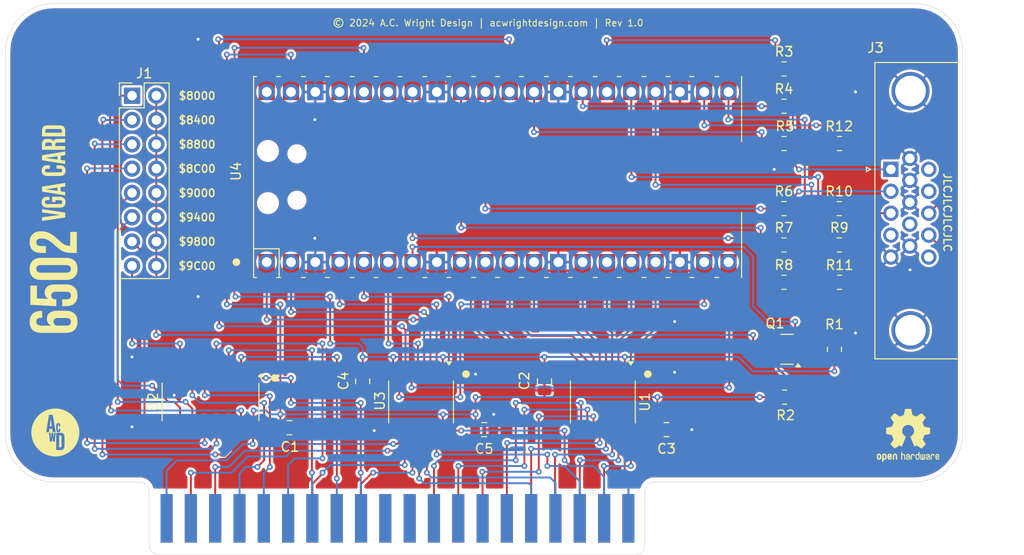
<source format=kicad_pcb>
(kicad_pcb (version 20240108) (generator "pcbnew") (generator_version "8.0")
  (title_block (title "6502 VGA Card") (date "2024-03-24") (rev "1.0") (company "A.C. Wright Design"))
  (layers (0 "F.Cu" signal) (31 "B.Cu" signal) (34 "B.Paste" user) (35 "F.Paste" user) (36 "B.SilkS" user "B.Silkscreen") (37 "F.SilkS" user "F.Silkscreen") (38 "B.Mask" user) (39 "F.Mask" user) (44 "Edge.Cuts" user))
  (net 0 "")
  (net 1 "VCC")
  (net 2 "GND")
  (net 3 "3V3")
  (net 4 "/$9400")
  (net 5 "CSB")
  (net 6 "/$8800")
  (net 7 "/$9800")
  (net 8 "/$8400")
  (net 9 "/$8000")
  (net 10 "/$9000")
  (net 11 "/$9C00")
  (net 12 "/$8C00")
  (net 14 "RWB")
  (net 15 "PHI2")
  (net 17 "D5")
  (net 20 "A10")
  (net 21 "A15")
  (net 24 "IRQB")
  (net 30 "A12")
  (net 31 "D7")
  (net 32 "A0")
  (net 33 "RESB")
  (net 34 "D1")
  (net 35 "A14")
  (net 38 "A3")
  (net 39 "D6")
  (net 40 "D4")
  (net 41 "A11")
  (net 42 "A2")
  (net 43 "A1")
  (net 44 "D0")
  (net 45 "D2")
  (net 46 "A13")
  (net 48 "D3")
  (net 49 "Net-(J3-Pad13)")
  (net 50 "Net-(J3-Pad3)")
  (net 51 "Net-(J3-Pad14)")
  (net 54 "Net-(J3-Pad1)")
  (net 57 "Net-(J3-Pad2)")
  (net 59 "CSB_3V3")
  (net 60 "R0")
  (net 61 "R1")
  (net 62 "R2")
  (net 63 "G0")
  (net 64 "G1")
  (net 65 "G2")
  (net 66 "B0")
  (net 67 "B1")
  (net 68 "VSYNC")
  (net 69 "HSYNC")
  (net 70 "D1_3V3")
  (net 71 "D2_3V3")
  (net 72 "D0_3V3")
  (net 73 "D6_3V3")
  (net 74 "D5_3V3")
  (net 75 "D4_3V3")
  (net 76 "D7_3V3")
  (net 77 "D3_3V3")
  (net 78 "RWB_3V3")
  (net 79 "A2_3V3")
  (net 80 "A1_3V3")
  (net 81 "IRQB_3V3")
  (net 82 "PHI2_3V3")
  (net 83 "A3_3V3")
  (net 84 "A0_3V3")
  (net 85 "RESB_3V3")
  (footprint "Resistor_SMD:R_0805_2012Metric" (layer "F.Cu") (at 171.9375 85)
    (property "Reference" "R5")
    (property "Value" "470" (hide yes))
  )
  (footprint "Capacitor_SMD:C_0805_2012Metric" (layer "F.Cu") (at 159.65 114.9 180)
    (property "Reference" "C3")
    (property "Value" "100nF" (hide yes))
  )
  (footprint "Capacitor_SMD:C_0805_2012Metric" (layer "F.Cu") (at 127.9 109.85 -90)
    (property "Reference" "C4")
    (property "Value" "100nF" (hide yes))
  )
  (footprint "Resistor_SMD:R_0805_2012Metric" (layer "F.Cu") (at 171.925 99.5)
    (property "Reference" "R8")
    (property "Value" "470" (hide yes))
  )
  (footprint "Package_TO_SOT_SMD:SOT-23" (layer "F.Cu") (at 172.2375 106.5 180)
    (property "Reference" "Q1")
    (property "Value" "BSS138" (hide yes))
  )
  (footprint "6502 Parts:RPi_Pico_SMD_TH" (layer "F.Cu") (at 142 88.5 90)
    (property "Reference" "U4")
    (property "Value" "Pico")
  )
  (footprint "Resistor_SMD:R_0805_2012Metric" (layer "F.Cu") (at 177.7125 95.6)
    (property "Reference" "R9")
    (property "Value" "820" (hide yes))
  )
  (footprint "Resistor_SMD:R_0805_2012Metric" (layer "F.Cu") (at 171.9375 81.1)
    (property "Reference" "R4")
    (property "Value" "1K" (hide yes))
  )
  (footprint "Connector_PinHeader_2.54mm:PinHeader_2x08_P2.54mm_Vertical" (layer "F.Cu") (at 103.8 80)
    (property "Reference" "J1")
    (property "Value" "Conn_02x08_Odd_Even" (hide yes))
  )
  (footprint "Resistor_SMD:R_0805_2012Metric" (layer "F.Cu") (at 171.9375 77.2)
    (property "Reference" "R3")
    (property "Value" "2.2K" (hide yes))
  )
  (footprint "Package_SO:TSSOP-20_4.4x6.5mm_P0.65mm" (layer "F.Cu") (at 153 112 -90)
    (property "Reference" "U1")
    (property "Value" "TXS0108EPW" (hide yes))
  )
  (footprint "Capacitor_SMD:C_0805_2012Metric" (layer "F.Cu") (at 120.25 114.7)
    (property "Reference" "C1")
    (property "Value" "100nF" (hide yes))
  )
  (footprint "6502 Logos:6502 VGA Card Logo 5mm" (layer "F.Cu") (at 95.6 89.8 90)
    (property "Reference" "G***" (hide yes))
    (property "Value" "LOGO" (hide yes))
  )
  (footprint "Capacitor_SMD:C_0805_2012Metric" (layer "F.Cu") (at 146.9 109.85 -90)
    (property "Reference" "C2")
    (property "Value" "100nF" (hide yes))
  )
  (footprint "Package_SO:SOIC-16_3.9x9.9mm_P1.27mm" (layer "F.Cu") (at 112 112 -90)
    (property "Reference" "U2")
    (property "Value" "74LS138" (hide yes))
  )
  (footprint "Resistor_SMD:R_0805_2012Metric" (layer "F.Cu") (at 177.7375 99.5)
    (property "Reference" "R11")
    (property "Value" "22" (hide yes))
  )
  (footprint "Symbol:OSHW-Logo2_7.3x6mm_SilkScreen" (layer "F.Cu") (at 184.9 115.4946)
    (property "Reference" "REF**" (hide yes))
    (property "Value" "OSHW-Logo2_7.3x6mm_SilkScreen" (hide yes))
  )
  (footprint "Resistor_SMD:R_0805_2012Metric" (layer "F.Cu") (at 177.7 91.8)
    (property "Reference" "R10")
    (property "Value" "390" (hide yes))
  )
  (footprint "Resistor_SMD:R_0805_2012Metric" (layer "F.Cu") (at 171.925 91.8)
    (property "Reference" "R6")
    (property "Value" "2.2K" (hide yes))
  )
  (footprint "Package_SO:TSSOP-20_4.4x6.5mm_P0.65mm" (layer "F.Cu") (at 134 112 -90)
    (property "Reference" "U3")
    (property "Value" "TXS0108EPW" (hide yes))
  )
  (footprint "6502 Parts:6502CARDEDGE" (layer "F.Cu") (at 107.408 126.704)
    (property "Reference" "J2" (hide yes))
    (property "Value" "6502CARDEDGE" (hide yes))
  )
  (footprint "A.C. Wright Logo:A.C. Wright Logo 5mm" (layer "F.Cu") (at 95.7841 115.1946)
    (property "Reference" "G***" (hide yes))
    (property "Value" "LOGO" (hide yes))
  )
  (footprint "Capacitor_SMD:C_0805_2012Metric" (layer "F.Cu") (at 140.6 114.9 180)
    (property "Reference" "C5")
    (property "Value" "100nF" (hide yes))
  )
  (footprint "Resistor_SMD:R_0805_2012Metric" (layer "F.Cu") (at 172 111.5)
    (property "Reference" "R2")
    (property "Value" "10K" (hide yes))
  )
  (footprint "Resistor_SMD:R_0805_2012Metric" (layer "F.Cu") (at 177.7375 85)
    (property "Reference" "R12")
    (property "Value" "22" (hide yes))
  )
  (footprint "Resistor_SMD:R_0805_2012Metric" (layer "F.Cu") (at 177.2 106.5125 90)
    (property "Reference" "R1")
    (property "Value" "10K" (hide yes))
  )
  (footprint "Resistor_SMD:R_0805_2012Metric" (layer "F.Cu") (at 171.925 95.6)
    (property "Reference" "R7")
    (property "Value" "1K" (hide yes))
  )
  (footprint "Connector_Dsub:DSUB-15-HD_Female_Horizontal_P2.29x1.98mm_EdgePinOffset3.03mm_Housed_MountingHolesOffset4.94mm" (layer "F.Cu") (at 183.1 87.7 90)
    (property "Reference" "J3")
    (property "Value" "DE15_Receptacle_HighDensity_MountingHoles" (hide yes))
  )
  (gr_circle (center 138.7 109.1) (end 138.9 109.1) (stroke (width 0.4)) (fill none) (layer "F.SilkS"))
  (gr_circle (center 157.7 109.1) (end 157.9 109.1) (stroke (width 0.4)) (fill none) (layer "F.SilkS"))
  (gr_circle (center 114.7 97.4) (end 114.9 97.4) (stroke (width 0.4)) (fill none) (layer "F.SilkS"))
  (gr_circle (center 118.7 109.5) (end 118.9 109.5) (stroke (width 0.4)) (fill none) (layer "F.SilkS"))
  (gr_line (start 106.5841 127.9946) (end 156.3841 127.9946) (stroke (width 0.05)) (layer "Edge.Cuts"))
  (gr_arc (start 104.5841 120.3746) (mid 105.291207 120.667493) (end 105.5841 121.3746) (stroke (width 0.05)) (layer "Edge.Cuts"))
  (gr_arc (start 157.3841 121.3746) (mid 157.676993 120.667493) (end 158.3841 120.3746) (stroke (width 0.05)) (layer "Edge.Cuts"))
  (gr_arc (start 95.5841 120.3746) (mid 92.048566 118.910134) (end 90.5841 115.3746) (stroke (width 0.05)) (layer "Edge.Cuts"))
  (gr_line (start 95.5841 120.3746) (end 104.5841 120.3746) (stroke (width 0.05)) (layer "Edge.Cuts"))
  (gr_arc (start 190.5841 115.3746) (mid 189.119634 118.910134) (end 185.5841 120.3746) (stroke (width 0.05)) (layer "Edge.Cuts"))
  (gr_line (start 157.3841 126.9946) (end 157.3841 121.3746) (stroke (width 0.05)) (layer "Edge.Cuts"))
  (gr_arc (start 185.5841 70.3746) (mid 189.119634 71.839066) (end 190.5841 75.3746) (stroke (width 0.05)) (layer "Edge.Cuts"))
  (gr_line (start 90.5841 75.3746) (end 90.5841 115.3746) (stroke (width 0.05)) (layer "Edge.Cuts"))
  (gr_line (start 190.5841 115.3746) (end 190.5841 75.3746) (stroke (width 0.05)) (layer "Edge.Cuts"))
  (gr_line (start 105.5841 121.3746) (end 105.5841 126.9946) (stroke (width 0.05)) (layer "Edge.Cuts"))
  (gr_arc (start 106.5841 127.9946) (mid 105.876993 127.701707) (end 105.5841 126.9946) (stroke (width 0.05)) (layer "Edge.Cuts"))
  (gr_arc (start 90.5841 75.3746) (mid 92.048566 71.839066) (end 95.5841 70.3746) (stroke (width 0.05)) (layer "Edge.Cuts"))
  (gr_line (start 185.5841 70.3746) (end 95.5841 70.3746) (stroke (width 0.05)) (layer "Edge.Cuts"))
  (gr_line (start 158.3841 120.3746) (end 185.5841 120.3746) (stroke (width 0.05)) (layer "Edge.Cuts"))
  (gr_arc (start 157.3841 126.9946) (mid 157.091207 127.701707) (end 156.3841 127.9946) (stroke (width 0.05)) (layer "Edge.Cuts"))
  (gr_text "$9000" (at 110.6 90.18 0) (layer "F.SilkS") (effects (font (size 0.8 0.8))))
  (gr_text "JLCJLCJLCJLC" (at 189 92.2 270) (layer "F.SilkS") (effects (font (size 0.8 0.8))))
  (gr_text "$8C00" (at 110.6 87.64 0) (layer "F.SilkS") (effects (font (size 0.8 0.8))))
  (gr_text "$9C00" (at 110.6 97.8 0) (layer "F.SilkS") (effects (font (size 0.8 0.8))))
  (gr_text "© 2024 A.C. Wright Design | acwrightdesign.com | Rev 1.0" (at 141 72.4 0) (layer "F.SilkS") (effects (font (size 0.7 0.7) (thickness 0.1))))
  (gr_text "$9400" (at 110.6 92.72 0) (layer "F.SilkS") (effects (font (size 0.8 0.8))))
  (gr_text "$8800" (at 110.6 85.1 0) (layer "F.SilkS") (effects (font (size 0.8 0.8))))
  (gr_text "$9800" (at 110.6 95.26 0) (layer "F.SilkS") (effects (font (size 0.8 0.8))))
  (gr_text "$8000" (at 110.6 80.02 0) (layer "F.SilkS") (effects (font (size 0.8 0.8))))
  (gr_text "$8400" (at 110.6 82.56 0) (layer "F.SilkS") (effects (font (size 0.8 0.8))))
  (segment (start 155.275 119.875) (end 155.275 114.8625) (width 0.2) (layer "F.Cu") (net 1))
  (segment (start 116.5 114.42) (end 116.445 114.475) (width 0.2) (layer "F.Cu") (net 1))
  (segment (start 155.668 120.268) (end 155.275 119.875) (width 0.2) (layer "F.Cu") (net 1))
  (segment (start 155.275 114.8625) (end 155.275 114.025) (width 0.2) (layer "F.Cu") (net 1))
  (segment (start 120.41 76.01) (end 120.41 79.61) (width 0.2) (layer "F.Cu") (net 1))
  (segment (start 155.9 113.4) (end 158.6 113.4) (width 0.2) (layer "F.Cu") (net 1))
  (segment (start 116.445 114.475) (end 116.445 116.355) (width 0.2) (layer "F.Cu") (net 1))
  (segment (start 139.7 111.5) (end 139.7 113.3) (width 0.2) (layer "F.Cu") (net 1))
  (segment (start 139.7 111.5) (end 139.65 111.55) (width 0.2) (layer "F.Cu") (net 1))
  (segment (start 139.7 114.85) (end 139.65 114.9) (width 0.2) (layer "F.Cu") (net 1))
  (segment (start 139.7 113.3) (end 139.7 114.85) (width 0.2) (layer "F.Cu") (net 1))
  (segment (start 116.5 112.9) (end 116.5 114.42) (width 0.2) (layer "F.Cu") (net 1))
  (segment (start 169.4 111.5) (end 171.0875 111.5) (width 0.2) (layer "F.Cu") (net 1))
  (segment (start 158.7 114.9) (end 158.7 111.5) (width 0.2) (layer "F.Cu") (net 1))
  (segment (start 120.4 75.7) (end 120.4 76) (width 0.2) (layer "F.Cu") (net 1))
  (segment (start 120.4 76) (end 120.41 76.01) (width 0.2) (layer "F.Cu") (net 1))
  (segment (start 158.7 113.5) (end 158.7 114.9) (width 0.2) (layer "F.Cu") (net 1))
  (segment (start 119.3 114.7) (end 119.3 113.3) (width 0.2) (layer "F.Cu") (net 1))
  (segment (start 155.275 114.025) (end 155.9 113.4) (width 0.2) (layer "F.Cu") (net 1))
  (segment (start 116.445 116.355) (end 116.4 116.4) (width 0.2) (layer "F.Cu") (net 1))
  (segment (start 155.668 124.164) (end 155.668 120.268) (width 0.2) (layer "F.Cu") (net 1))
  (segment (start 136.275 113.325) (end 136.3 113.3) (width 0.2) (layer "F.Cu") (net 1))
  (segment (start 158.6 113.4) (end 158.7 113.5) (width 0.2) (layer "F.Cu") (net 1))
  (segment (start 119.3 113.3) (end 119.3 101.8) (width 0.2) (layer "F.Cu") (net 1))
  (segment (start 136.275 114.8625) (end 136.275 113.325) (width 0.2) (layer "F.Cu") (net 1))
  (segment (start 113.7 101.8) (end 113.7 75.7) (width 0.2) (layer "F.Cu") (net 1))
  (via (at 116.4 116.4) (size 0.6) (drill 0.3) (layers "F.Cu" "B.Cu") (net 1))
  (via (at 136.3 113.3) (size 0.6) (drill 0.3) (layers "F.Cu" "B.Cu") (net 1))
  (via (at 119.3 113.3) (size 0.6) (drill 0.3) (layers "F.Cu" "B.Cu") (net 1))
  (via (at 113.7 75.7) (size 0.6) (drill 0.3) (layers "F.Cu" "B.Cu") (net 1))
  (via (at 139.7 113.3) (size 0.6) (drill 0.3) (layers "F.Cu" "B.Cu") (net 1))
  (via (at 119.3 101.8) (size 0.6) (drill 0.3) (layers "F.Cu" "B.Cu") (net 1))
  (via (at 158.7 111.5) (size 0.6) (drill 0.3) (layers "F.Cu" "B.Cu") (net 1))
  (via (at 169.4 111.5) (size 0.6) (drill 0.3) (layers "F.Cu" "B.Cu") (net 1))
  (via (at 116.5 112.9) (size 0.6) (drill 0.3) (layers "F.Cu" "B.Cu") (net 1))
  (via (at 120.4 75.7) (size 0.6) (drill 0.3) (layers "F.Cu" "B.Cu") (net 1))
  (via (at 139.7 111.5) (size 0.6) (drill 0.3) (layers "F.Cu" "B.Cu") (net 1))
  (via (at 113.7 101.8) (size 0.6) (drill 0.3) (layers "F.Cu" "B.Cu") (net 1))
  (segment (start 118.2 113.3) (end 117.8 112.9) (width 0.2) (layer "B.Cu") (net 1))
  (segment (start 113.7 101.8) (end 119.3 101.8) (width 0.2) (layer "B.Cu") (net 1))
  (segment (start 107.4 119.2) (end 107.408 119.208) (width 0.2) (layer "B.Cu") (net 1))
  (segment (start 119.3 113.3) (end 118.2 113.3) (width 0.2) (layer "B.Cu") (net 1))
  (segment (start 114.3 75.7) (end 120.4 75.7) (width 0.2) (layer "B.Cu") (net 1))
  (segment (start 136.3 113.3) (end 119.9 113.3) (width 0.2) (layer "B.Cu") (net 1))
  (segment (start 158.7 111.5) (end 139.7 111.5) (width 0.2) (layer "B.Cu") (net 1))
  (segment (start 119.9 113.3) (end 119.3 113.3) (width 0.2) (layer "B.Cu") (net 1))
  (segment (start 107.408 119.208) (end 107.408 124.164) (width 0.2) (layer "B.Cu") (net 1))
  (segment (start 116.4 116.4) (end 115.4 116.4) (width 0.2) (layer "B.Cu") (net 1))
  (segment (start 115.4 116.4) (end 113.7 118.1) (width 0.2) (layer "B.Cu") (net 1))
  (segment (start 113.7 75.7) (end 114.3 75.7) (width 0.2) (layer "B.Cu") (net 1))
  (segment (start 139.7 113.3) (end 136.3 113.3) (width 0.2) (layer "B.Cu") (net 1))
  (segment (start 113.7 118.1) (end 108.5 118.1) (width 0.2) (layer "B.Cu") (net 1))
  (segment (start 117.8 112.9) (end 116.5 112.9) (width 0.2) (layer "B.Cu") (net 1))
  (segment (start 108.5 118.1) (end 107.4 119.2) (width 0.2) (layer "B.Cu") (net 1))
  (segment (start 158.7 111.5) (end 169.4 111.5) (width 0.2) (layer "B.Cu") (net 1))
  (segment (start 107.408 124.164) (end 107.408 119.808) (width 0.2) (layer "F.Cu") (net 2))
  (via (at 139.7 109.1) (size 0.6) (drill 0.3) (layers "F.Cu" "B.Cu") (net 2))
  (via (at 179.4 79.6) (size 0.6) (drill 0.3) (layers "F.Cu" "B.Cu") (net 2))
  (via (at 108.2 111.3) (size 0.6) (drill 0.3) (layers "F.Cu" "B.Cu") (net 2))
  (via (at 179.4 104.8) (size 0.6) (drill 0.3) (layers "F.Cu" "B.Cu") (net 2))
  (via (at 122.9 82.5) (size 0.6) (drill 0.3) (layers "F.Cu" "B.Cu") (net 2))
  (via (at 110.7 101) (size 0.6) (drill 0.3) (layers "F.Cu" "B.Cu") (net 2))
  (via (at 122.9 94.9) (size 0.6) (drill 0.3) (layers "F.Cu" "B.Cu") (net 2))
  (via (at 160.5 108.9) (size 0.6) (drill 0.3) (layers "F.Cu" "B.Cu") (net 2))
  (via (at 103.8 107.3) (size 0.6) (drill 0.3) (layers "F.Cu" "B.Cu") (net 2))
  (via (at 170.9 87.7) (size 0.6) (drill 0.3) (layers "F.Cu" "B.Cu") (net 2))
  (via (at 162.3 114.9) (size 0.6) (drill 0.3) (layers "F.Cu" "B.Cu") (net 2))
  (via (at 103.8 114.6) (size 0.6) (drill 0.3) (layers "F.Cu" "B.Cu") (net 2))
  (via (at 185.1 98.2) (size 0.6) (drill 0.3) (layers "F.Cu" "B.Cu") (net 2))
  (via (at 160.5 103.6) (size 0.6) (drill 0.3) (layers "F.Cu" "B.Cu") (net 2))
  (via (at 129.1 115) (size 0.6) (drill 0.3) (layers "F.Cu" "B.Cu") (net 2))
  (via (at 110.7 74.1) (size 0.6) (drill 0.3) (layers "F.Cu" "B.Cu") (net 2))
  (via (at 141.6 113.3) (size 0.6) (drill 0.3) (layers "F.Cu" "B.Cu") (net 2))
  (segment (start 155.668 124.164) (end 155.668 120.032) (width 0.2) (layer "B.Cu") (net 2))
  (segment (start 146.9 108.9) (end 148.5 108.9) (width 0.2) (layer "F.Cu") (net 3))
  (segment (start 127.9 108.9) (end 127.9 107.3) (width 0.2) (layer "F.Cu") (net 3))
  (segment (start 173.175 107.45) (end 177.175 107.45) (width 0.2) (layer "F.Cu") (net 3))
  (segment (start 148.5 108.9) (end 148.7375 109.1375) (width 0.2) (layer "F.Cu") (net 3))
  (segment (start 155.275 109.1375) (end 155.275 107.325) (width 0.2) (layer "F.Cu") (net 3))
  (segment (start 147.1375 109.1375) (end 146.9 108.9) (width 0.2) (layer "F.Cu") (net 3))
  (segment (start 131.075 107.325) (end 131.1 107.3) (width 0.2) (layer "F.Cu") (net 3))
  (segment (start 155.275 107.325) (end 155.3 107.3) (width 0.2) (layer "F.Cu") (net 3))
  (segment (start 177.2 108.8) (end 177.2 107.425) (width 0.2) (layer "F.Cu") (net 3))
  (segment (start 128.03 75.03) (end 128 75) (width 0.2) (layer "F.Cu") (net 3))
  (segment (start 128.03 79.61) (end 128.03 75.03) (width 0.2) (layer "F.Cu") (net 3))
  (segment (start 136.275 107.325) (end 136.3 107.3) (width 0.2) (layer "F.Cu") (net 3))
  (segment (start 124.5 101) (end 124.5 105.9) (width 0.2) (layer "F.Cu") (net 3))
  (segment (start 114.5 100.9) (end 114.5 75) (width 0.2) (layer "F.Cu") (net 3))
  (segment (start 177.175 107.45) (end 177.2 107.425) (width 0.2) (layer "F.Cu") (net 3))
  (segment (start 146.9 108.9) (end 146.9 107.3) (width 0.2) (layer "F.Cu") (net 3))
  (segment (start 131.075 109.1375) (end 131.075 107.325) (width 0.2) (layer "F.Cu") (net 3))
  (segment (start 148.7375 109.1375) (end 150.075 109.1375) (width 0.2) (layer "F.Cu") (net 3))
  (segment (start 114.6 101) (end 114.5 100.9) (width 0.2) (layer "F.Cu") (net 3))
  (segment (start 136.275 109.1375) (end 136.275 107.325) (width 0.2) (layer "F.Cu") (net 3))
  (via (at 146.9 107.3) (size 0.6) (drill 0.3) (layers "F.Cu" "B.Cu") (net 3))
  (via (at 114.5 75) (size 0.6) (drill 0.3) (layers "F.Cu" "B.Cu") (net 3))
  (via (at 177.2 108.8) (size 0.6) (drill 0.3) (layers "F.Cu" "B.Cu") (net 3))
  (via (at 124.5 105.9) (size 0.6) (drill 0.3) (layers "F.Cu" "B.Cu") (net 3))
  (via (at 124.5 101) (size 0.6) (drill 0.3) (layers "F.Cu" "B.Cu") (net 3))
  (via (at 155.3 107.3) (size 0.6) (drill 0.3) (layers "F.Cu" "B.Cu") (net 3))
  (via (at 127.9 107.3) (size 0.6) (drill 0.3) (layers "F.Cu" "B.Cu") (net 3))
  (via (at 128 75) (size 0.6) (drill 0.3) (layers "F.Cu" "B.Cu") (net 3))
  (via (at 131.1 107.3) (size 0.6) (drill 0.3) (layers "F.Cu" "B.Cu") (net 3))
  (via (at 114.6 101) (size 0.6) (drill 0.3) (layers "F.Cu" "B.Cu") (net 3))
  (via (at 136.3 107.3) (size 0.6) (drill 0.3) (layers "F.Cu" "B.Cu") (net 3))
  (segment (start 127.9 106.3) (end 127.9 107.3) (width 0.2) (layer "B.Cu") (net 3))
  (segment (start 131.1 107.3) (end 136.3 107.3) (width 0.2) (layer "B.Cu") (net 3))
  (segment (start 168.7 108.8) (end 177.2 108.8) (width 0.2) (layer "B.Cu") (net 3))
  (segment (start 155.3 107.3) (end 167.2 107.3) (width 0.2) (layer "B.Cu") (net 3))
  (segment (start 127.5 105.9) (end 127.9 106.3) (width 0.2) (layer "B.Cu") (net 3))
  (segment (start 167.2 107.3) (end 168.7 108.8) (width 0.2) (layer "B.Cu") (net 3))
  (segment (start 127.9 107.3) (end 131.1 107.3) (width 0.2) (layer "B.Cu") (net 3))
  (segment (start 148.7 107.3) (end 155.3 107.3) (width 0.2) (layer "B.Cu") (net 3))
  (segment (start 146.9 107.3) (end 148.7 107.3) (width 0.2) (layer "B.Cu") (net 3))
  (segment (start 136.3 107.3) (end 146.9 107.3) (width 0.2) (layer "B.Cu") (net 3))
  (segment (start 114.6 101) (end 124.5 101) (width 0.2) (layer "B.Cu") (net 3))
  (segment (start 124.5 105.9) (end 127.5 105.9) (width 0.2) (layer "B.Cu") (net 3))
  (segment (start 128 75) (end 114.5 75) (width 0.2) (layer "B.Cu") (net 3))
  (segment (start 105.9 110.3) (end 107.6 112) (width 0.2) (layer "F.Cu") (net 4))
  (segment (start 108.825 112.625) (end 108.825 114.475) (width 0.2) (layer "F.Cu") (net 4))
  (segment (start 108.2 112) (end 108.825 112.625) (width 0.2) (layer "F.Cu") (net 4))
  (segment (start 107.6 112) (end 108.2 112) (width 0.2) (layer "F.Cu") (net 4))
  (via (at 105.9 110.3) (size 0.6) (drill 0.3) (layers "F.Cu" "B.Cu") (net 4))
  (segment (start 105.9 110.3) (end 102.9 110.3) (width 0.2) (layer "B.Cu") (net 4))
  (segment (start 102.3 109.7) (end 102.3 94.2) (width 0.2) (layer "B.Cu") (net 4))
  (segment (start 102.3 94.2) (end 103.8 92.7) (width 0.2) (layer "B.Cu") (net 4))
  (segment (start 102.9 110.3) (end 102.3 109.7) (width 0.2) (layer "B.Cu") (net 4))
  (segment (start 168.7 105) (end 168.7 106.2) (width 0.2) (layer "F.Cu") (net 5))
  (segment (start 106.34 90.16) (end 106.34 92.7) (width 0.2) (layer "F.Cu") (net 5))
  (segment (start 106.34 87.62) (end 106.34 90.16) (width 0.2) (layer "F.Cu") (net 5))
  (segment (start 168.7 106.2) (end 169 106.5) (width 0.2) (layer "F.Cu") (net 5))
  (segment (start 106.34 80) (end 106.34 82.54) (width 0.2) (layer "F.Cu") (net 5))
  (segment (start 106.34 97.78) (end 106.34 104.96) (width 0.2) (layer "F.Cu") (net 5))
  (segment (start 106.34 104.96) (end 106.3 105) (width 0.2) (layer "F.Cu") (net 5))
  (segment (start 169 106.5) (end 171.3 106.5) (width 0.2) (layer "F.Cu") (net 5))
  (segment (start 106.34 85.08) (end 106.34 87.62) (width 0.2) (layer "F.Cu") (net 5))
  (segment (start 171.3 108.5) (end 171.3 106.5) (width 0.2) (layer "F.Cu") (net 5))
  (segment (start 106.34 92.7) (end 106.34 95.24) (width 0.2) (layer "F.Cu") (net 5))
  (segment (start 172.9125 110.1125) (end 171.3 108.5) (width 0.2) (layer "F.Cu") (net 5))
  (segment (start 106.34 95.24) (end 106.34 97.78) (width 0.2) (layer "F.Cu") (net 5))
  (segment (start 172.9125 111.5) (end 172.9125 110.1125) (width 0.2) (layer "F.Cu") (net 5))
  (segment (start 106.34 82.54) (end 106.34 85.08) (width 0.2) (layer "F.Cu") (net 5))
  (via (at 168.7 105) (size 0.6) (drill 0.3) (layers "F.Cu" "B.Cu") (net 5))
  (via (at 106.3 105) (size 0.6) (drill 0.3) (layers "F.Cu" "B.Cu") (net 5))
  (segment (start 106.3 105) (end 168.7 105) (width 0.2) (layer "B.Cu") (net 5))
  (segment (start 112.635 116.335) (end 112.635 114.475) (width 0.2) (layer "F.Cu") (net 6))
  (segment (start 99.9 85) (end 99.9 116.9) (width 0.2) (layer "F.Cu") (net 6))
  (via (at 112.635 116.335) (size 0.6) (drill 0.3) (layers "F.Cu" "B.Cu") (net 6))
  (via (at 99.9 85) (size 0.6) (drill 0.3) (layers "F.Cu" "B.Cu") (net 6))
  (via (at 99.9 116.9) (size 0.6) (drill 0.3) (layers "F.Cu" "B.Cu") (net 6))
  (segment (start 99.98 85.08) (end 103.8 85.08) (width 0.2) (layer "B.Cu") (net 6))
  (segment (start 112.07 116.9) (end 99.9 116.9) (width 0.2) (layer "B.Cu") (net 6))
  (segment (start 112.635 116.335) (end 112.07 116.9) (width 0.2) (layer "B.Cu") (net 6))
  (segment (start 99.9 85) (end 99.98 85.08) (width 0.2) (layer "B.Cu") (net 6))
  (segment (start 105.475 114.475) (end 105.1 114.1) (width 0.2) (layer "F.Cu") (net 7))
  (segment (start 105.1 114.1) (end 105.1 96.54) (width 0.2) (layer "F.Cu") (net 7))
  (segment (start 107.555 114.475) (end 105.475 114.475) (width 0.2) (layer "F.Cu") (net 7))
  (segment (start 105.1 96.54) (end 103.8 95.24) (width 0.2) (layer "F.Cu") (net 7))
  (segment (start 100.7 117.5) (end 100.7 82.6) (width 0.2) (layer "F.Cu") (net 8))
  (segment (start 113.905 116.995) (end 113.4 117.5) (width 0.2) (layer "F.Cu") (net 8))
  (segment (start 100.7 82.6) (end 100.8 82.5) (width 0.2) (layer "F.Cu") (net 8))
  (segment (start 113.905 114.475) (end 113.905 116.995) (width 0.2) (layer "F.Cu") (net 8))
  (segment (start 113.4 117.5) (end 112.5 117.5) (width 0.2) (layer "F.Cu") (net 8))
  (via (at 112.5 117.5) (size 0.6) (drill 0.3) (layers "F.Cu" "B.Cu") (net 8))
  (via (at 100.8 82.5) (size 0.6) (drill 0.3) (layers "F.Cu" "B.Cu") (net 8))
  (via (at 100.7 117.5) (size 0.6) (drill 0.3) (layers "F.Cu" "B.Cu") (net 8))
  (segment (start 100.84 82.54) (end 103.8 82.54) (width 0.2) (layer "B.Cu") (net 8))
  (segment (start 112 117.5) (end 112.5 117.5) (width 0.2) (layer "B.Cu") (net 8))
  (segment (start 100.7 117.5) (end 112 117.5) (width 0.2) (layer "B.Cu") (net 8))
  (segment (start 100.8 82.5) (end 100.84 82.54) (width 0.2) (layer "B.Cu") (net 8))
  (segment (start 102.2 80) (end 103.8 80) (width 0.2) (layer "F.Cu") (net 9))
  (segment (start 101.6 112.9) (end 101.5 112.8) (width 0.2) (layer "F.Cu") (net 9))
  (segment (start 101.5 80.7) (end 102.2 80) (width 0.2) (layer "F.Cu") (net 9))
  (segment (start 115.175 114.475) (end 115.175 112.925) (width 0.2) (layer "F.Cu") (net 9))
  (segment (start 115.175 112.925) (end 115.2 112.9) (width 0.2) (layer "F.Cu") (net 9))
  (segment (start 101.5 112.8) (end 101.5 80.7) (width 0.2) (layer "F.Cu") (net 9))
  (via (at 101.6 112.9) (size 0.6) (drill 0.3) (layers "F.Cu" "B.Cu") (net 9))
  (via (at 115.2 112.9) (size 0.6) (drill 0.3) (layers "F.Cu" "B.Cu") (net 9))
  (segment (start 109.9 112.9) (end 115.2 112.9) (width 0.2) (layer "B.Cu") (net 9))
  (segment (start 101.6 112.9) (end 109.9 112.9) (width 0.2) (layer "B.Cu") (net 9))
  (segment (start 102.3 106.6) (end 102.3 112) (width 0.2) (layer "F.Cu") (net 10))
  (segment (start 102.3 106.2) (end 102.3 106.6) (width 0.2) (layer "F.Cu") (net 10))
  (segment (start 110.095 112.695) (end 110.095 114.475) (width 0.2) (layer "F.Cu") (net 10))
  (segment (start 103.8 90.16) (end 102.3 91.66) (width 0.2) (layer "F.Cu") (net 10))
  (segment (start 102.3 91.7) (end 102.3 106.2) (width 0.2) (layer "F.Cu") (net 10))
  (segment (start 109.4 112) (end 110.095 112.695) (width 0.2) (layer "F.Cu") (net 10))
  (segment (start 102.3 91.66) (end 102.3 91.7) (width 0.2) (layer "F.Cu") (net 10))
  (via (at 109.4 112) (size 0.6) (drill 0.3) (layers "F.Cu" "B.Cu") (net 10))
  (via (at 102.3 112) (size 0.6) (drill 0.3) (layers "F.Cu" "B.Cu") (net 10))
  (segment (start 102.3 112) (end 102.7 112) (width 0.2) (layer "B.Cu") (net 10))
  (segment (start 102.7 112) (end 109.4 112) (width 0.2) (layer "B.Cu") (net 10))
  (segment (start 103.8 105.9) (end 103.8 97.78) (width 0.2) (layer "F.Cu") (net 11))
  (segment (start 108.825 105.925) (end 108.8 105.9) (width 0.2) (layer "F.Cu") (net 11))
  (segment (start 108.825 109.525) (end 108.825 105.925) (width 0.2) (layer "F.Cu") (net 11))
  (via (at 108.8 105.9) (size 0.6) (drill 0.3) (layers "F.Cu" "B.Cu") (net 11))
  (via (at 103.8 105.9) (size 0.6) (drill 0.3) (layers "F.Cu" "B.Cu") (net 11))
  (segment (start 108.3 105.9) (end 103.8 105.9) (width 0.2) (layer "B.Cu") (net 11))
  (segment (start 108.8 105.9) (end 108.3 105.9) (width 0.2) (layer "B.Cu") (net 11))
  (segment (start 111.365 116.265) (end 111.365 114.475) (width 0.2) (layer "F.Cu") (net 12))
  (segment (start 111.4 116.3) (end 111.365 116.265) (width 0.2) (layer "F.Cu") (net 12))
  (segment (start 99.1 87.6) (end 99.1 116.3) (width 0.2) (layer "F.Cu") (net 12))
  (via (at 99.1 116.3) (size 0.6) (drill 0.3) (layers "F.Cu" "B.Cu") (net 12))
  (via (at 111.4 116.3) (size 0.6) (drill 0.3) (layers "F.Cu" "B.Cu") (net 12))
  (via (at 99.1 87.6) (size 0.6) (drill 0.3) (layers "F.Cu" "B.Cu") (net 12))
  (segment (start 99.1 87.6) (end 103.78 87.6) (width 0.2) (layer "B.Cu") (net 12))
  (segment (start 103.78 87.6) (end 103.8 87.62) (width 0.2) (layer "B.Cu") (net 12))
  (segment (start 99.1 116.3) (end 111.4 116.3) (width 0.2) (layer "B.Cu") (net 12))
  (segment (start 133.025 115.518456) (end 133.025 114.8625) (width 0.2) (layer "F.Cu") (net 14))
  (segment (start 123.7 119.4) (end 123.7 119.5) (width 0.2) (layer "F.Cu") (net 14))
  (segment (start 133 115.543456) (end 133.025 115.518456) (width 0.2) (layer "F.Cu") (net 14))
  (segment (start 122.648 120.552) (end 122.648 124.164) (width 0.2) (layer "F.Cu") (net 14))
  (segment (start 133 116.5) (end 133 115.543456) (width 0.2) (layer "F.Cu") (net 14))
  (segment (start 132.3 118.6) (end 132.3 117.2) (width 0.2) (layer "F.Cu") (net 14))
  (segment (start 123.7 119.5) (end 122.648 120.552) (width 0.2) (layer "F.Cu") (net 14))
  (segment (start 132.3 117.2) (end 133 116.5) (width 0.2) (layer "F.Cu") (net 14))
  (via (at 132.3 118.6) (size 0.6) (drill 0.3) (layers "F.Cu" "B.Cu") (net 14))
  (via (at 123.7 119.4) (size 0.6) (drill 0.3) (layers "F.Cu" "B.Cu") (net 14))
  (segment (start 124.5 118.6) (end 132.3 118.6) (width 0.2) (layer "B.Cu") (net 14))
  (segment (start 123.7 119.4) (end 124.5 118.6) (width 0.2) (layer "B.Cu") (net 14))
  (segment (start 128.9 119.4) (end 127.728 120.572) (width 0.2) (layer "F.Cu") (net 15))
  (segment (start 133.7 116.7) (end 133.7 114.925) (width 0.2) (layer "F.Cu") (net 15))
  (segment (start 133.1 117.3) (end 133.7 116.7) (width 0.2) (layer "F.Cu") (net 15))
  (segment (start 129 119.4) (end 128.9 119.4) (width 0.2) (layer "F.Cu") (net 15))
  (segment (start 133.1 119.4) (end 133.1 117.3) (width 0.2) (layer "F.Cu") (net 15))
  (segment (start 127.728 120.572) (end 127.728 124.164) (width 0.2) (layer "F.Cu") (net 15))
  (via (at 129 119.4) (size 0.6) (drill 0.3) (layers "F.Cu" "B.Cu") (net 15))
  (via (at 133.1 119.4) (size 0.6) (drill 0.3) (layers "F.Cu" "B.Cu") (net 15))
  (segment (start 129 119.4) (end 133.1 119.4) (width 0.2) (layer "B.Cu") (net 15))
  (segment (start 140.4 119.3) (end 140.428 119.328) (width 0.2) (layer "F.Cu") (net 17))
  (segment (start 152.025 114.8625) (end 152.025 113.525) (width 0.2) (layer "F.Cu") (net 17))
  (segment (start 146.3 119.3) (end 146.3 113.9) (width 0.2) (layer "F.Cu") (net 17))
  (segment (start 140.428 119.328) (end 140.428 124.164) (width 0.2) (layer "F.Cu") (net 17))
  (segment (start 152.025 113.525) (end 152 113.5) (width 0.2) (layer "F.Cu") (net 17))
  (segment (start 146.3 113.9) (end 146.3 113.5) (width 0.2) (layer "F.Cu") (net 17))
  (via (at 140.4 119.3) (size 0.6) (drill 0.3) (layers "F.Cu" "B.Cu") (net 17))
  (via (at 146.3 113.5) (size 0.6) (drill 0.3) (layers "F.Cu" "B.Cu") (net 17))
  (via (at 152 113.5) (size 0.6) (drill 0.3) (layers "F.Cu" "B.Cu") (net 17))
  (via (at 146.3 119.3) (size 0.6) (drill 0.3) (layers "F.Cu" "B.Cu") (net 17))
  (segment (start 140.4 119.3) (end 146.3 119.3) (width 0.2) (layer "B.Cu") (net 17))
  (segment (start 152 113.5) (end 146.3 113.5) (width 0.2) (layer "B.Cu") (net 17))
  (segment (start 116.445 109.525) (end 117.775 109.525) (width 0.2) (layer "F.Cu") (net 20))
  (segment (start 117.775 109.525) (end 117.8 109.5) (width 0.2) (layer "F.Cu") (net 20))
  (segment (start 127.7 112.1) (end 127.7 119.4) (width 0.2) (layer "F.Cu") (net 20))
  (segment (start 120.4 109.5) (end 120.4 112.1) (width 0.2) (layer "F.Cu") (net 20))
  (via (at 127.7 112.1) (size 0.6) (drill 0.3) (layers "F.Cu" "B.Cu") (net 20))
  (via (at 120.4 112.1) (size 0.6) (drill 0.3) (layers "F.Cu" "B.Cu") (net 20))
  (via (at 120.4 109.5) (size 0.6) (drill 0.3) (layers "F.Cu" "B.Cu") (net 20))
  (via (at 117.8 109.5) (size 0.6) (drill 0.3) (layers "F.Cu" "B.Cu") (net 20))
  (via (at 127.7 119.4) (size 0.6) (drill 0.3) (layers "F.Cu" "B.Cu") (net 20))
  (segment (start 127.7 112.1) (end 120.4 112.1) (width 0.2) (layer "B.Cu") (net 20))
  (segment (start 127.7 119.4) (end 127.7 124.136) (width 0.2) (layer "B.Cu") (net 20))
  (segment (start 127.7 124.136) (end 127.728 124.164) (width 0.2) (layer "B.Cu") (net 20))
  (segment (start 117.8 109.5) (end 120.4 109.5) (width 0.2) (layer "B.Cu") (net 20))
  (segment (start 110.095 111.3) (end 110.095 109.525) (width 0.2) (layer "F.Cu") (net 21))
  (segment (start 117.6 115.9) (end 117.6 115.8) (width 0.2) (layer "F.Cu") (net 21))
  (segment (start 116.9 118.8) (end 117.6 118.1) (width 0.2) (layer "F.Cu") (net 21))
  (segment (start 117.6 118.1) (end 117.6 115.9) (width 0.2) (layer "F.Cu") (net 21))
  (segment (start 117.6 115.8) (end 117.6 112.1) (width 0.2) (layer "F.Cu") (net 21))
  (via (at 116.9 118.8) (size 0.6) (drill 0.3) (layers "F.Cu" "B.Cu") (net 21))
  (via (at 117.6 112.1) (size 0.6) (drill 0.3) (layers "F.Cu" "B.Cu") (net 21))
  (via (at 110.095 111.3) (size 0.6) (drill 0.3) (layers "F.Cu" "B.Cu") (net 21))
  (segment (start 110.895 112.1) (end 117.6 112.1) (width 0.2) (layer "B.Cu") (net 21))
  (segment (start 115.028 124.164) (end 115.028 119.472) (width 0.2) (layer "B.Cu") (net 21))
  (segment (start 115.028 119.472) (end 115.7 118.8) (width 0.2) (layer "B.Cu") (net 21))
  (segment (start 110.095 111.3) (end 110.895 112.1) (width 0.2) (layer "B.Cu") (net 21))
  (segment (start 115.7 118.8) (end 116.9 118.8) (width 0.2) (layer "B.Cu") (net 21))
  (segment (start 112.488 118.8) (end 112.488 124.164) (width 0.2) (layer "F.Cu") (net 24))
  (segment (start 131.725 116.175) (end 131.725 114.8625) (width 0.2) (layer "F.Cu") (net 24))
  (segment (start 131.1 116.4) (end 131.5 116.4) (width 0.2) (layer "F.Cu") (net 24))
  (segment (start 131.5 116.4) (end 131.725 116.175) (width 0.2) (layer "F.Cu") (net 24))
  (via (at 112.488 118.8) (size 0.6) (drill 0.3) (layers "F.Cu" "B.Cu") (net 24))
  (via (at 131.1 116.4) (size 0.6) (drill 0.3) (layers "F.Cu" "B.Cu") (net 24))
  (segment (start 119.6 117.1) (end 120.3 116.4) (width 0.2) (layer "B.Cu") (net 24))
  (segment (start 113.9 118.8) (end 115.6 117.1) (width 0.2) (layer "B.Cu") (net 24))
  (segment (start 120.3 116.4) (end 131.1 116.4) (width 0.2) (layer "B.Cu") (net 24))
  (segment (start 115.6 117.1) (end 119.6 117.1) (width 0.2) (layer "B.Cu") (net 24))
  (segment (start 112.488 118.8) (end 113.9 118.8) (width 0.2) (layer "B.Cu") (net 24))
  (segment (start 122.6 119.4) (end 122.6 106.6) (width 0.2) (layer "F.Cu") (net 30))
  (segment (start 113.9 107) (end 113.905 107.005) (width 0.2) (layer "F.Cu") (net 30))
  (segment (start 113.905 107.005) (end 113.905 109.525) (width 0.2) (layer "F.Cu") (net 30))
  (segment (start 113.9 106.6) (end 113.9 107) (width 0.2) (layer "F.Cu") (net 30))
  (via (at 122.6 119.4) (size 0.6) (drill 0.3) (layers "F.Cu" "B.Cu") (net 30))
  (via (at 122.6 106.6) (size 0.6) (drill 0.3) (layers "F.Cu" "B.Cu") (net 30))
  (via (at 113.9 106.6) (size 0.6) (drill 0.3) (layers "F.Cu" "B.Cu") (net 30))
  (segment (start 122.6 124.116) (end 122.648 124.164) (width 0.2) (layer "B.Cu") (net 30))
  (segment (start 122.6 106.6) (end 113.9 106.6) (width 0.2) (layer "B.Cu") (net 30))
  (segment (start 122.6 119.4) (end 122.6 124.116) (width 0.2) (layer "B.Cu") (net 30))
  (segment (start 143.9 112.5) (end 143.9 112.1) (width 0.2) (layer "F.Cu") (net 31))
  (segment (start 150.725 112.125) (end 150.7 112.1) (width 0.2) (layer "F.Cu") (net 31))
  (segment (start 150.725 114.8625) (end 150.725 112.125) (width 0.2) (layer "F.Cu") (net 31))
  (segment (start 143.9 118.1) (end 143.9 112.5) (width 0.2) (layer "F.Cu") (net 31))
  (segment (start 135.348 118.7) (end 135.348 124.164) (width 0.2) (layer "F.Cu") (net 31))
  (via (at 150.7 112.1) (size 0.6) (drill 0.3) (layers "F.Cu" "B.Cu") (net 31))
  (via (at 135.348 118.7) (size 0.6) (drill 0.3) (layers "F.Cu" "B.Cu") (net 31))
  (via (at 143.9 112.1) (size 0.6) (drill 0.3) (layers "F.Cu" "B.Cu") (net 31))
  (via (at 143.9 118.1) (size 0.6) (drill 0.3) (layers "F.Cu" "B.Cu") (net 31))
  (segment (start 135.8 118.1) (end 143.9 118.1) (width 0.2) (layer "B.Cu") (net 31))
  (segment (start 150.7 112.1) (end 143.9 112.1) (width 0.2) (layer "B.Cu") (net 31))
  (segment (start 135.348 118.552) (end 135.8 118.1) (width 0.2) (layer "B.Cu") (net 31))
  (segment (start 135.348 118.7) (end 135.348 118.552) (width 0.2) (layer "B.Cu") (net 31))
  (segment (start 138.2 115) (end 137.0625 115) (width 0.2) (layer "F.Cu") (net 32))
  (segment (start 149 118.1) (end 149 115) (width 0.2) (layer "F.Cu") (net 32))
  (segment (start 137.0625 115) (end 136.925 114.8625) (width 0.2) (layer "F.Cu") (net 32))
  (via (at 138.2 115) (size 0.6) (drill 0.3) (layers "F.Cu" "B.Cu") (net 32))
  (via (at 149 115) (size 0.6) (drill 0.3) (layers "F.Cu" "B.Cu") (net 32))
  (via (at 149 118.1) (size 0.6) (drill 0.3) (layers "F.Cu" "B.Cu") (net 32))
  (segment (start 149 118.1) (end 149.6 118.7) (width 0.2) (layer "B.Cu") (net 32))
  (segment (start 152 118.7) (end 153.128 119.828) (width 0.2) (layer "B.Cu") (net 32))
  (segment (start 153.128 119.828) (end 153.128 124.164) (width 0.2) (layer "B.Cu") (net 32))
  (segment (start 149 115) (end 138.2 115) (width 0.2) (layer "B.Cu") (net 32))
  (segment (start 149.6 118.7) (end 152 118.7) (width 0.2) (layer "B.Cu") (net 32))
  (segment (start 109.948 119.4) (end 109.948 124.164) (width 0.2) (layer "F.Cu") (net 33))
  (segment (start 131.5 117.1) (end 130.5 117.1) (width 0.2) (layer "F.Cu") (net 33))
  (segment (start 132.375 114.8625) (end 132.375 116.225) (width 0.2) (layer "F.Cu") (net 33))
  (segment (start 132.375 116.225) (end 131.5 117.1) (width 0.2) (layer "F.Cu") (net 33))
  (via (at 109.948 119.4) (size 0.6) (drill 0.3) (layers "F.Cu" "B.Cu") (net 33))
  (via (at 130.5 117.1) (size 0.6) (drill 0.3) (layers "F.Cu" "B.Cu") (net 33))
  (segment (start 120.5 117.1) (end 130.5 117.1) (width 0.2) (layer "B.Cu") (net 33))
  (segment (start 115.9 117.7) (end 119.9 117.7) (width 0.2) (layer "B.Cu") (net 33))
  (segment (start 109.948 119.4) (end 114.2 119.4) (width 0.2) (layer "B.Cu") (net 33))
  (segment (start 119.9 117.7) (end 120.5 117.1) (width 0.2) (layer "B.Cu") (net 33))
  (segment (start 114.2 119.4) (end 115.9 117.7) (width 0.2) (layer "B.Cu") (net 33))
  (segment (start 150.6 118.1) (end 150.6 119) (width 0.2) (layer "F.Cu") (net 34))
  (segment (start 150.6 119) (end 150.588 119.012) (width 0.2) (layer "F.Cu") (net 34))
  (segment (start 150.588 119.012) (end 150.588 124.164) (width 0.2) (layer "F.Cu") (net 34))
  (segment (start 154.625 118.1) (end 154.625 114.8625) (width 0.2) (layer "F.Cu") (net 34))
  (via (at 154.625 118.1) (size 0.6) (drill 0.3) (layers "F.Cu" "B.Cu") (net 34))
  (via (at 150.6 118.1) (size 0.6) (drill 0.3) (layers "F.Cu" "B.Cu") (net 34))
  (segment (start 150.6 118.1) (end 154.625 118.1) (width 0.2) (layer "B.Cu") (net 34))
  (segment (start 118.2 118.8) (end 118.2 111.4) (width 0.2) (layer "F.Cu") (net 35))
  (segment (start 111.4 109.56) (end 111.365 109.525) (width 0.2) (layer "F.Cu") (net 35))
  (segment (start 111.4 111.3) (end 111.4 109.56) (width 0.2) (layer "F.Cu") (net 35))
  (via (at 111.4 111.3) (size 0.6) (drill 0.3) (layers "F.Cu" "B.Cu") (net 35))
  (via (at 118.2 118.8) (size 0.6) (drill 0.3) (layers "F.Cu" "B.Cu") (net 35))
  (via (at 118.2 111.4) (size 0.6) (drill 0.3) (layers "F.Cu" "B.Cu") (net 35))
  (segment (start 118.2 118.8) (end 117.568 119.432) (width 0.2) (layer "B.Cu") (net 35))
  (segment (start 118.1 111.3) (end 111.4 111.3) (width 0.2) (layer "B.Cu") (net 35))
  (segment (start 118.2 111.4) (end 118.1 111.3) (width 0.2) (layer "B.Cu") (net 35))
  (segment (start 117.568 119.432) (end 117.568 124.164) (width 0.2) (layer "B.Cu") (net 35))
  (segment (start 133.8 120) (end 133.8 117.5) (width 0.2) (layer "F.Cu") (net 38))
  (segment (start 133.8 117.5) (end 134.325 116.975) (width 0.2) (layer "F.Cu") (net 38))
  (segment (start 134.325 116.975) (end 134.325 114.8625) (width 0.2) (layer "F.Cu") (net 38))
  (via (at 133.8 120) (size 0.6) (drill 0.3) (layers "F.Cu" "B.Cu") (net 38))
  (segment (start 145.3 120.5) (end 145.508 120.708) (width 0.2) (layer "B.Cu") (net 38))
  (segment (start 134.3 120.5) (end 145.3 120.5) (width 0.2) (layer "B.Cu") (net 38))
  (segment (start 145.508 120.708) (end 145.508 124.164) (width 0.2) (layer "B.Cu") (net 38))
  (segment (start 133.8 120) (end 134.3 120.5) (width 0.2) (layer "B.Cu") (net 38))
  (segment (start 137.888 119.712) (end 137.888 124.164) (width 0.2) (layer "F.Cu") (net 39))
  (segment (start 144.8 112.8) (end 144.8 118.7) (width 0.2) (layer "F.Cu") (net 39))
  (segment (start 137.9 118.7) (end 137.9 119.7) (width 0.2) (layer "F.Cu") (net 39))
  (segment (start 151.375 112.825) (end 151.4 112.8) (width 0.2) (layer "F.Cu") (net 39))
  (segment (start 151.375 114.8625) (end 151.375 112.825) (width 0.2) (layer "F.Cu") (net 39))
  (segment (start 137.9 119.7) (end 137.888 119.712) (width 0.2) (layer "F.Cu") (net 39))
  (via (at 144.8 112.8) (size 0.6) (drill 0.3) (layers "F.Cu" "B.Cu") (net 39))
  (via (at 151.4 112.8) (size 0.6) (drill 0.3) (layers "F.Cu" "B.Cu") (net 39))
  (via (at 144.8 118.7) (size 0.6) (drill 0.3) (layers "F.Cu" "B.Cu") (net 39))
  (via (at 137.9 118.7) (size 0.6) (drill 0.3) (layers "F.Cu" "B.Cu") (net 39))
  (segment (start 151.4 112.8) (end 144.8 112.8) (width 0.2) (layer "B.Cu") (net 39))
  (segment (start 137.9 118.7) (end 144.8 118.7) (width 0.2) (layer "B.Cu") (net 39))
  (segment (start 152.675 116.3) (end 152.675 114.8625) (width 0.2) (layer "F.Cu") (net 40))
  (segment (start 142.968 116.332) (end 142.968 124.164) (width 0.2) (layer "F.Cu") (net 40))
  (segment (start 143 116.3) (end 142.968 116.332) (width 0.2) (layer "F.Cu") (net 40))
  (via (at 143 116.3) (size 0.6) (drill 0.3) (layers "F.Cu" "B.Cu") (net 40))
  (via (at 152.675 116.3) (size 0.6) (drill 0.3) (layers "F.Cu" "B.Cu") (net 40))
  (segment (start 152.675 116.3) (end 143 116.3) (width 0.2) (layer "B.Cu") (net 40))
  (segment (start 125.2 107.3) (end 125.2 120) (width 0.2) (layer "F.Cu") (net 41))
  (segment (start 115.2 107.7) (end 115.175 107.725) (width 0.2) (layer "F.Cu") (net 41))
  (segment (start 115.2 107.3) (end 115.2 107.7) (width 0.2) (layer "F.Cu") (net 41))
  (segment (start 115.175 107.725) (end 115.175 109.525) (width 0.2) (layer "F.Cu") (net 41))
  (via (at 115.2 107.3) (size 0.6) (drill 0.3) (layers "F.Cu" "B.Cu") (net 41))
  (via (at 125.2 120) (size 0.6) (drill 0.3) (layers "F.Cu" "B.Cu") (net 41))
  (via (at 125.2 107.3) (size 0.6) (drill 0.3) (layers "F.Cu" "B.Cu") (net 41))
  (segment (start 125.2 120) (end 125.2 124.152) (width 0.2) (layer "B.Cu") (net 41))
  (segment (start 125.2 124.152) (end 125.188 124.164) (width 0.2) (layer "B.Cu") (net 41))
  (segment (start 125.2 107.3) (end 115.2 107.3) (width 0.2) (layer "B.Cu") (net 41))
  (segment (start 134.6 117.5) (end 134.975 117.125) (width 0.2) (layer "F.Cu") (net 42))
  (segment (start 134.6 119.4) (end 134.6 117.5) (width 0.2) (layer "F.Cu") (net 42))
  (segment (start 134.975 117.125) (end 134.975 114.8625) (width 0.2) (layer "F.Cu") (net 42))
  (via (at 134.6 119.4) (size 0.6) (drill 0.3) (layers "F.Cu" "B.Cu") (net 42))
  (segment (start 134.6 119.4) (end 135.1 119.9) (width 0.2) (layer "B.Cu") (net 42))
  (segment (start 135.1 119.9) (end 147.5 119.9) (width 0.2) (layer "B.Cu") (net 42))
  (segment (start 148.048 120.448) (end 148.048 124.164) (width 0.2) (layer "B.Cu") (net 42))
  (segment (start 147.5 119.9) (end 148.048 120.448) (width 0.2) (layer "B.Cu") (net 42))
  (segment (start 147.2 118.7) (end 147.2 117.5) (width 0.2) (layer "F.Cu") (net 43))
  (segment (start 135.625 117.5) (end 135.625 114.8625) (width 0.2) (layer "F.Cu") (net 43))
  (via (at 135.625 117.5) (size 0.6) (drill 0.3) (layers "F.Cu" "B.Cu") (net 43))
  (via (at 147.2 118.7) (size 0.6) (drill 0.3) (layers "F.Cu" "B.Cu") (net 43))
  (via (at 147.2 117.5) (size 0.6) (drill 0.3) (layers "F.Cu" "B.Cu") (net 43))
  (segment (start 147.2 118.7) (end 149 118.7) (width 0.2) (layer "B.Cu") (net 43))
  (segment (start 149 118.7) (end 150.588 120.288) (width 0.2) (layer "B.Cu") (net 43))
  (segment (start 150.588 120.288) (end 150.588 124.164) (width 0.2) (layer "B.Cu") (net 43))
  (segment (start 135.625 117.5) (end 147.2 117.5) (width 0.2) (layer "B.Cu") (net 43))
  (segment (start 153.128 118.728) (end 153.128 124.164) (width 0.2) (layer "F.Cu") (net 44))
  (segment (start 155.925 118.7) (end 155.925 114.8625) (width 0.2) (layer "F.Cu") (net 44))
  (segment (start 153.1 118.7) (end 153.128 118.728) (width 0.2) (layer "F.Cu") (net 44))
  (via (at 155.925 118.7) (size 0.6) (drill 0.3) (layers "F.Cu" "B.Cu") (net 44))
  (via (at 153.1 118.7) (size 0.6) (drill 0.3) (layers "F.Cu" "B.Cu") (net 44))
  (segment (start 155.925 118.7) (end 153.1 118.7) (width 0.2) (layer "B.Cu") (net 44))
  (segment (start 148 124.116) (end 148.048 124.164) (width 0.2) (layer "F.Cu") (net 45))
  (segment (start 148 117.5) (end 148 124.116) (width 0.2) (layer "F.Cu") (net 45))
  (segment (start 153.975 117.5) (end 153.975 114.8625) (width 0.2) (layer "F.Cu") (net 45))
  (via (at 148 117.5) (size 0.6) (drill 0.3) (layers "F.Cu" "B.Cu") (net 45))
  (via (at 153.975 117.5) (size 0.6) (drill 0.3) (layers "F.Cu" "B.Cu") (net 45))
  (segment (start 148 117.5) (end 153.975 117.5) (width 0.2) (layer "B.Cu") (net 45))
  (segment (start 123.7 117.9) (end 123.7 117.2) (width 0.2) (layer "F.Cu") (net 46))
  (segment (start 123.7 117.2) (end 123.7 105.9) (width 0.2) (layer "F.Cu") (net 46))
  (segment (start 112.6 109.49) (end 112.635 109.525) (width 0.2) (layer "F.Cu") (net 46))
  (segment (start 112.6 105.9) (end 112.6 109.49) (width 0.2) (layer "F.Cu") (net 46))
  (via (at 123.7 117.9) (size 0.6) (drill 0.3) (layers "F.Cu" "B.Cu") (net 46))
  (via (at 123.7 105.9) (size 0.6) (drill 0.3) (layers "F.Cu" "B.Cu") (net 46))
  (via (at 112.6 105.9) (size 0.6) (drill 0.3) (layers "F.Cu" "B.Cu") (net 46))
  (segment (start 112.6 105.9) (end 123.1 105.9) (width 0.2) (layer "B.Cu") (net 46))
  (segment (start 120.8 117.9) (end 121 117.9) (width 0.2) (layer "B.Cu") (net 46))
  (segment (start 123.1 105.9) (end 123.7 105.9) (width 0.2) (layer "B.Cu") (net 46))
  (segment (start 121 117.9) (end 123.7 117.9) (width 0.2) (layer "B.Cu") (net 46))
  (segment (start 120.108 124.164) (end 120.108 118.592) (width 0.2) (layer "B.Cu") (net 46))
  (segment (start 120.108 118.592) (end 120.8 117.9) (width 0.2) (layer "B.Cu") (net 46))
  (segment (start 145.5 116.9) (end 145.5 117.6) (width 0.2) (layer "F.Cu") (net 48))
  (segment (start 153.325 116.9) (end 153.325 114.8625) (width 0.2) (layer "F.Cu") (net 48))
  (segment (start 145.508 117.608) (end 145.508 124.164) (width 0.2) (layer "F.Cu") (net 48))
  (segment (start 145.5 117.6) (end 145.508 117.608) (width 0.2) (layer "F.Cu") (net 48))
  (via (at 153.325 116.9) (size 0.6) (drill 0.3) (layers "F.Cu" "B.Cu") (net 48))
  (via (at 145.5 116.9) (size 0.6) (drill 0.3) (layers "F.Cu" "B.Cu") (net 48))
  (segment (start 145.5 116.9) (end 153.325 116.9) (width 0.2) (layer "B.Cu") (net 48))
  (segment (start 178.65 85) (end 187.6 85) (width 0.2) (layer "F.Cu") (net 49))
  (segment (start 187.6 85) (end 188.6 86) (width 0.2) (layer "F.Cu") (net 49))
  (segment (start 188.6 86) (end 188.6 90.74) (width 0.2) (layer "F.Cu") (net 49))
  (segment (start 188.6 90.74) (end 187.06 92.28) (width 0.2) (layer "F.Cu") (net 49))
  (segment (start 180.2 92.3) (end 180.22 92.28) (width 0.2) (layer "F.Cu") (net 50))
  (segment (start 178.625 95.6) (end 178.625 91.8125) (width 0.2) (layer "F.Cu") (net 50))
  (segment (start 180.22 92.28) (end 183.1 92.28) (width 0.2) (layer "F.Cu") (net 50))
  (segment (start 179.7 91.8) (end 180.2 92.3) (width 0.2) (layer "F.Cu") (net 50))
  (segment (start 178.6125 91.8) (end 179.7 91.8) (width 0.2) (layer "F.Cu") (net 50))
  (segment (start 178.625 91.8125) (end 178.6125 91.8) (width 0.2) (layer "F.Cu") (net 50))
  (segment (start 188.6 96.1) (end 188.59 96.1) (width 0.2) (layer "F.Cu") (net 51))
  (segment (start 188.59 96.1) (end 187.06 94.57) (width 0.2) (layer "F.Cu") (net 51))
  (segment (start 187.6 99.5) (end 188.6 98.5) (width 0.2) (layer "F.Cu") (net 51))
  (segment (start 188.6 98.5) (end 188.6 96.1) (width 0.2) (layer "F.Cu") (net 51))
  (segment (start 178.65 99.5) (end 187.6 99.5) (width 0.2) (layer "F.Cu") (net 51))
  (segment (start 172.85 77.2) (end 172.85 81.1) (width 0.2) (layer "F.Cu") (net 54))
  (segment (start 172.85 87.05) (end 172.85 85) (width 0.2) (layer "F.Cu") (net 54))
  (segment (start 173.5 87.7) (end 172.85 87.05) (width 0.2) (layer "F.Cu") (net 54))
  (segment (start 172.85 85) (end 172.85 81.1) (width 0.2) (layer "F.Cu") (net 54))
  (via (at 173.5 87.7) (size 0.6) (drill 0.3) (layers "F.Cu" "B.Cu") (net 54))
  (segment (start 173.5 87.7) (end 183.1 87.7) (width 0.2) (layer "B.Cu") (net 54))
  (segment (start 172.8375 91.8) (end 172.8375 90.6625) (width 0.2) (layer "F.Cu") (net 57))
  (segment (start 172.8375 90.6625) (end 173.5 90) (width 0.2) (layer "F.Cu") (net 57))
  (segment (start 172.8375 91.8) (end 172.8375 95.6) (width 0.2) (layer "F.Cu") (net 57))
  (segment (start 172.8375 95.6) (end 172.8375 99.5) (width 0.2) (layer "F.Cu") (net 57))
  (via (at 173.5 90) (size 0.6) (drill 0.3) (layers "F.Cu" "B.Cu") (net 57))
  (segment (start 173.51 89.99) (end 183.1 89.99) (width 0.2) (layer "B.Cu") (net 57))
  (segment (start 173.5 90) (end 173.51 89.99) (width 0.2) (layer "B.Cu") (net 57))
  (segment (start 177.15 105.55) (end 177.2 105.6) (width 0.2) (layer "F.Cu") (net 59))
  (segment (start 173.175 105.55) (end 177.15 105.55) (width 0.2) (layer "F.Cu") (net 59))
  (segment (start 173.1 103.6) (end 173.1 105.475) (width 0.2) (layer "F.Cu") (net 59))
  (segment (start 133.11 95.81) (end 133.1 95.8) (width 0.2) (layer "F.Cu") (net 59))
  (segment (start 173.1 105.475) (end 173.175 105.55) (width 0.2) (layer "F.Cu") (net 59))
  (segment (start 133.11 97.39) (end 133.11 95.81) (width 0.2) (layer "F.Cu") (net 59))
  (via (at 173.1 103.6) (size 0.6) (drill 0.3) (layers "F.Cu" "B.Cu") (net 59))
  (via (at 133.1 95.8) (size 0.6) (drill 0.3) (layers "F.Cu" "B.Cu") (net 59))
  (segment (start 133.1 95.8) (end 167.7 95.8) (width 0.2) (layer "B.Cu") (net 59))
  (segment (start 167.7 95.8) (end 168.7 96.8) (width 0.2) (layer "B.Cu") (net 59))
  (segment (start 170.3 103.6) (end 173.1 103.6) (width 0.2) (layer "B.Cu") (net 59))
  (segment (start 168.7 102) (end 170.3 103.6) (width 0.2) (layer "B.Cu") (net 59))
  (segment (start 168.7 96.8) (end 168.7 102) (width 0.2) (layer "B.Cu") (net 59))
  (segment (start 171.025 74.225) (end 171 74.2) (width 0.2) (layer "F.Cu") (net 60))
  (segment (start 153.43 74.23) (end 153.43 79.61) (width 0.2) (layer "F.Cu") (net 60))
  (segment (start 171.025 77.2) (end 171.025 74.225) (width 0.2) (layer "F.Cu") (net 60))
  (segment (start 153.4 74.2) (end 153.43 74.23) (width 0.2) (layer "F.Cu") (net 60))
  (via (at 171 74.2) (size 0.6) (drill 0.3) (layers "F.Cu" "B.Cu") (net 60))
  (via (at 153.4 74.2) (size 0.6) (drill 0.3) (layers "F.Cu" "B.Cu") (net 60))
  (segment (start 171 74.2) (end 170.6 74.2) (width 0.2) (layer "B.Cu") (net 60))
  (segment (start 170.6 74.2) (end 153.4 74.2) (width 0.2) (layer "B.Cu") (net 60))
  (segment (start 171.025 81.1) (end 169.6 81.1) (width 0.2) (layer "F.Cu") (net 61))
  (segment (start 150.9 79.62) (end 150.89 79.61) (width 0.2) (layer "F.Cu") (net 61))
  (segment (start 150.9 81.1) (end 150.9 79.62) (width 0.2) (layer "F.Cu") (net 61))
  (via (at 150.9 81.1) (size 0.6) (drill 0.3) (layers "F.Cu" "B.Cu") (net 61))
  (via (at 169.6 81.1) (size 0.6) (drill 0.3) (layers "F.Cu" "B.Cu") (net 61))
  (segment (start 169.6 81.1) (end 150.9 81.1) (width 0.2) (layer "B.Cu") (net 61))
  (segment (start 169.6 84.6) (end 169.6 83.8) (width 0.2) (layer "F.Cu") (net 62))
  (segment (start 145.81 83.79) (end 145.81 79.61) (width 0.2) (layer "F.Cu") (net 62))
  (segment (start 171.025 85) (end 170 85) (width 0.2) (layer "F.Cu") (net 62))
  (segment (start 170 85) (end 169.6 84.6) (width 0.2) (layer "F.Cu") (net 62))
  (segment (start 145.8 83.8) (end 145.81 83.79) (width 0.2) (layer "F.Cu") (net 62))
  (via (at 145.8 83.8) (size 0.6) (drill 0.3) (layers "F.Cu" "B.Cu") (net 62))
  (via (at 169.6 83.8) (size 0.6) (drill 0.3) (layers "F.Cu" "B.Cu") (net 62))
  (segment (start 169.6 83.8) (end 145.8 83.8) (width 0.2) (layer "B.Cu") (net 62))
  (segment (start 140.73 91.77) (end 140.73 79.61) (width 0.2) (layer "F.Cu") (net 63))
  (segment (start 171.0125 91.8) (end 169.5 91.8) (width 0.2) (layer "F.Cu") (net 63))
  (segment (start 140.7 91.8) (end 140.73 91.77) (width 0.2) (layer "F.Cu") (net 63))
  (via (at 169.5 91.8) (size 0.6) (drill 0.3) (layers "F.Cu" "B.Cu") (net 63))
  (via (at 140.7 91.8) (size 0.6) (drill 0.3) (layers "F.Cu" "B.Cu") (net 63))
  (segment (start 169 91.8) (end 140.7 91.8) (width 0.2) (layer "B.Cu") (net 63))
  (segment (start 169.5 91.8) (end 169 91.8) (width 0.2) (layer "B.Cu") (net 63))
  (segment (start 138.2 93.8) (end 138.19 93.79) (width 0.2) (layer "F.Cu") (net 64))
  (segment (start 138.19 93.79) (end 138.19 79.61) (width 0.2) (layer "F.Cu") (net 64))
  (segment (start 169.5 95.4) (end 169.5 95.1) (width 0.2) (layer "F.Cu") (net 64))
  (segment (start 169.5 95.1) (end 169.5 93.8) (width 0.2) (layer "F.Cu") (net 64))
  (segment (start 169.7 95.6) (end 169.5 95.4) (width 0.2) (layer "F.Cu") (net 64))
  (segment (start 171.0125 95.6) (end 169.7 95.6) (width 0.2) (layer "F.Cu") (net 64))
  (via (at 169.5 93.8) (size 0.6) (drill 0.3) (layers "F.Cu" "B.Cu") (net 64))
  (via (at 138.2 93.8) (size 0.6) (drill 0.3) (layers "F.Cu" "B.Cu") (net 64))
  (segment (start 169.5 93.8) (end 168.8 93.8) (width 0.2) (layer "B.Cu") (net 64))
  (segment (start 168.8 93.8) (end 138.2 93.8) (width 0.2) (layer "B.Cu") (net 64))
  (segment (start 169.8 99.5) (end 169.5 99.2) (width 0.2) (layer "F.Cu") (net 65))
  (segment (start 167.9 94.9) (end 166.1 94.9) (width 0.2) (layer "F.Cu") (net 65))
  (segment (start 133.11 94.89) (end 133.11 79.61) (width 0.2) (layer "F.Cu") (net 65))
  (segment (start 169.5 96.5) (end 167.9 94.9) (width 0.2) (layer "F.Cu") (net 65))
  (segment (start 133.1 94.9) (end 133.11 94.89) (width 0.2) (layer "F.Cu") (net 65))
  (segment (start 169.5 99.2) (end 169.5 96.5) (width 0.2) (layer "F.Cu") (net 65))
  (segment (start 171.0125 99.5) (end 169.8 99.5) (width 0.2) (layer "F.Cu") (net 65))
  (via (at 133.1 94.9) (size 0.6) (drill 0.3) (layers "F.Cu" "B.Cu") (net 65))
  (via (at 166.1 94.9) (size 0.6) (drill 0.3) (layers "F.Cu" "B.Cu") (net 65))
  (segment (start 165.7 94.9) (end 133.1 94.9) (width 0.2) (layer "B.Cu") (net 65))
  (segment (start 166.1 94.9) (end 165.7 94.9) (width 0.2) (layer "B.Cu") (net 65))
  (segment (start 176.8 95.6) (end 175.3 95.6) (width 0.2) (layer "F.Cu") (net 66))
  (segment (start 174.8 95.1) (end 174.8 89.3) (width 0.2) (layer "F.Cu") (net 66))
  (segment (start 158.51 88.79) (end 158.51 79.61) (width 0.2) (layer "F.Cu") (net 66))
  (segment (start 158.5 88.8) (end 158.51 88.79) (width 0.2) (layer "F.Cu") (net 66))
  (segment (start 175.3 95.6) (end 174.8 95.1) (width 0.2) (layer "F.Cu") (net 66))
  (segment (start 158.5 89.3) (end 158.5 88.8) (width 0.2) (layer "F.Cu") (net 66))
  (via (at 174.8 89.3) (size 0.6) (drill 0.3) (layers "F.Cu" "B.Cu") (net 66))
  (via (at 158.5 89.3) (size 0.6) (drill 0.3) (layers "F.Cu" "B.Cu") (net 66))
  (segment (start 174.8 89.3) (end 158.5 89.3) (width 0.2) (layer "B.Cu") (net 66))
  (segment (start 175.5 91.6) (end 175.5 88.5) (width 0.2) (layer "F.Cu") (net 67))
  (segment (start 176.7875 91.8) (end 175.7 91.8) (width 0.2) (layer "F.Cu") (net 67))
  (segment (start 175.7 91.8) (end 175.5 91.6) (width 0.2) (layer "F.Cu") (net 67))
  (segment (start 156 88.5) (end 156 88.1) (width 0.2) (layer "F.Cu") (net 67))
  (segment (start 156 88.1) (end 155.97 88.07) (width 0.2) (layer "F.Cu") (net 67))
  (segment (start 155.97 88.07) (end 155.97 79.61) (width 0.2) (layer "F.Cu") (net 67))
  (via (at 175.5 88.5) (size 0.6) (drill 0.3) (layers "F.Cu" "B.Cu") (net 67))
  (via (at 156 88.5) (size 0.6) (drill 0.3) (layers "F.Cu" "B.Cu") (net 67))
  (segment (start 174.9 88.5) (end 156 88.5) (width 0.2) (layer "B.Cu") (net 67))
  (segment (start 175.5 88.5) (end 174.9 88.5) (width 0.2) (layer "B.Cu") (net 67))
  (segment (start 174.1 82.5) (end 174.1 98.3) (width 0.2) (layer "F.Cu") (net 68))
  (segment (start 166.13 79.61) (end 166.1 79.64) (width 0.2) (layer "F.Cu") (net 68))
  (segment (start 166.1 82.34) (end 166.13 82.37) (width 0.2) (layer "F.Cu") (net 68))
  (segment (start 166.13 79.61) (end 166.13 82.47) (width 0.2) (layer "F.Cu") (net 68))
  (segment (start 174.1 98.3) (end 175.3 99.5) (width 0.2) (layer "F.Cu") (net 68))
  (segment (start 175.3 99.5) (end 176.825 99.5) (width 0.2) (layer "F.Cu") (net 68))
  (segment (start 166.13 82.47) (end 166.1 82.5) (width 0.2) (layer "F.Cu") (net 68))
  (via (at 166.1 82.5) (size 0.6) (drill 0.3) (layers "F.Cu" "B.Cu") (net 68))
  (via (at 174.1 82.5) (size 0.6) (drill 0.3) (layers "F.Cu" "B.Cu") (net 68))
  (segment (start 174.1 82.5) (end 166.6 82.5) (width 0.2) (layer "B.Cu") (net 68))
  (segment (start 166.6 82.5) (end 166.1 82.5) (width 0.2) (layer "B.Cu") (net 68))
  (segment (start 163.59 82.69) (end 163.59 79.61) (width 0.2) (layer "F.Cu") (net 69))
  (segment (start 163.6 83.1) (end 163.6 82.7) (width 0.2) (layer "F.Cu") (net 69))
  (segment (start 176.2 83.1) (end 176.825 83.725) (width 0.2) (layer "F.Cu") (net 69))
  (segment (start 175.3 83.1) (end 176.2 83.1) (width 0.2) (layer "F.Cu") (net 69))
  (segment (start 163.6 82.7) (end 163.59 82.69) (width 0.2) (layer "F.Cu") (net 69))
  (segment (start 176.825 83.725) (end 176.825 85) (width 0.2) (layer "F.Cu") (net 69))
  (via (at 175.3 83.1) (size 0.6) (drill 0.3) (layers "F.Cu" "B.Cu") (net 69))
  (via (at 163.6 83.1) (size 0.6) (drill 0.3) (layers "F.Cu" "B.Cu") (net 69))
  (segment (start 175.3 83.1) (end 163.6 83.1) (width 0.2) (layer "B.Cu") (net 69))
  (segment (start 154.625 109.1375) (end 154.625 105.675) (width 0.2) (layer "F.Cu") (net 70))
  (segment (start 156 104.3) (end 155.97 104.27) (width 0.2) (layer "F.Cu") (net 70))
  (segment (start 154.625 105.675) (end 156 104.3) (width 0.2) (layer "F.Cu") (net 70))
  (segment (start 155.97 104.27) (end 155.97 97.39) (width 0.2) (layer "F.Cu") (net 70))
  (segment (start 153.975 109.1375) (end 153.975 104.775) (width 0.2) (layer "F.Cu") (net 71))
  (segment (start 153.43 104.23) (end 153.43 97.39) (width 0.2) (layer "F.Cu") (net 71))
  (segment (start 153.975 104.775) (end 153.43 104.23) (width 0.2) (layer "F.Cu") (net 71))
  (segment (start 155.925 109.1375) (end 155.925 106.875) (width 0.2) (layer "F.Cu") (net 72))
  (segment (start 155.925 106.875) (end 158.51 104.29) (width 0.2) (layer "F.Cu") (net 72))
  (segment (start 158.51 104.29) (end 158.51 97.39) (width 0.2) (layer "F.Cu") (net 72))
  (segment (start 140.73 102.83) (end 140.73 97.39) (width 0.2) (layer "F.Cu") (net 73))
  (segment (start 151.375 107.726471) (end 149.348529 105.7) (width 0.2) (layer "F.Cu") (net 73))
  (segment (start 149.348529 105.7) (end 143.6 105.7) (width 0.2) (layer "F.Cu") (net 73))
  (segment (start 151.375 109.1375) (end 151.375 107.726471) (width 0.2) (layer "F.Cu") (net 73))
  (segment (start 143.6 105.7) (end 140.73 102.83) (width 0.2) (layer "F.Cu") (net 73))
  (segment (start 143.27 102.87) (end 143.27 97.39) (width 0.2) (layer "F.Cu") (net 74))
  (segment (start 152.025 109.1375) (end 152.025 107.325) (width 0.2) (layer "F.Cu") (net 74))
  (segment (start 152.025 107.325) (end 149.8 105.1) (width 0.2) (layer "F.Cu") (net 74))
  (segment (start 149.8 105.1) (end 145.5 105.1) (width 0.2) (layer "F.Cu") (net 74))
  (segment (start 145.5 105.1) (end 143.27 102.87) (width 0.2) (layer "F.Cu") (net 74))
  (segment (start 146.7 104.4) (end 145.81 103.51) (width 0.2) (layer "F.Cu") (net 75))
  (segment (start 145.81 103.51) (end 145.81 97.39) (width 0.2) (layer "F.Cu") (net 75))
  (segment (start 150.1 104.4) (end 146.7 104.4) (width 0.2) (layer "F.Cu") (net 75))
  (segment (start 152.675 109.1375) (end 152.675 106.975) (width 0.2) (layer "F.Cu") (net 75))
  (segment (start 152.675 106.975) (end 150.1 104.4) (width 0.2) (layer "F.Cu") (net 75))
  (segment (start 150.725 109.1375) (end 150.725 108.025) (width 0.2) (layer "F.Cu") (net 76))
  (segment (start 139.2 101.4) (end 138.19 100.39) (width 0.2) (layer "F.Cu") (net 76))
  (segment (start 138.19 100.39) (end 138.19 97.39) (width 0.2) (layer "F.Cu") (net 76))
  (segment (start 139.2 103.9) (end 139.2 101.4) (width 0.2) (layer "F.Cu") (net 76))
  (segment (start 150.725 108.025) (end 149.2 106.5) (width 0.2) (layer "F.Cu") (net 76))
  (segment (start 141.8 106.5) (end 139.2 103.9) (width 0.2) (layer "F.Cu") (net 76))
  (segment (start 149.2 106.5) (end 141.8 106.5) (width 0.2) (layer "F.Cu") (net 76))
  (segment (start 150.9 104.3) (end 150.9 101.8) (width 0.2) (layer "F.Cu") (net 77))
  (segment (start 150.89 101.79) (end 150.89 97.39) (width 0.2) (layer "F.Cu") (net 77))
  (segment (start 153.325 109.1375) (end 153.325 106.725) (width 0.2) (layer "F.Cu") (net 77))
  (segment (start 153.325 106.725) (end 150.9 104.3) (width 0.2) (layer "F.Cu") (net 77))
  (segment (start 150.9 101.8) (end 150.89 101.79) (width 0.2) (layer "F.Cu") (net 77))
  (segment (start 133.025 110.475) (end 133 110.5) (width 0.2) (layer "F.Cu") (net 78))
  (segment (start 166.2 110.5) (end 166.2 97.46) (width 0.2) (layer "F.Cu") (net 78))
  (segment (start 166.2 97.46) (end 166.13 97.39) (width 0.2) (layer "F.Cu") (net 78))
  (segment (start 133.025 109.1375) (end 133.025 110.475) (width 0.2) (layer "F.Cu") (net 78))
  (via (at 166.2 110.5) (size 0.6) (drill 0.3) (layers "F.Cu" "B.Cu") (net 78))
  (via (at 133 110.5) (size 0.6) (drill 0.3) (layers "F.Cu" "B.Cu") (net 78))
  (segment (start 133 110.5) (end 166.2 110.5) (width 0.2) (layer "B.Cu") (net 78))
  (segment (start 134.3 102.6) (end 134.975 103.275) (width 0.2) (layer "F.Cu") (net 79))
  (segment (start 120.41 102.6) (end 120.41 97.39) (width 0.2) (layer "F.Cu") (net 79))
  (segment (start 134.975 103.275) (end 134.975 109.1375) (width 0.2) (layer "F.Cu") (net 79))
  (via (at 134.3 102.6) (size 0.6) (drill 0.3) (layers "F.Cu" "B.Cu") (net 79))
  (via (at 120.41 102.6) (size 0.6) (drill 0.3) (layers "F.Cu" "B.Cu") (net 79))
  (segment (start 120.41 102.6) (end 134.3 102.6) (width 0.2) (layer "B.Cu") (net 79))
  (segment (start 135.6 101.8) (end 135.625 101.825) (width 0.2) (layer "F.Cu") (net 80))
  (segment (start 125.49 101.8) (end 125.49 97.39) (width 0.2) (layer "F.Cu") (net 80))
  (segment (start 135.625 101.825) (end 135.625 109.1375) (width 0.2) (layer "F.Cu") (net 80))
  (via (at 135.6 101.8) (size 0.6) (drill 0.3) (layers "F.Cu" "B.Cu") (net 80))
  (via (at 125.49 101.8) (size 0.6) (drill 0.3) (layers "F.Cu" "B.Cu") (net 80))
  (segment (start 125.49 101.8) (end 135.6 101.8) (width 0.2) (layer "B.Cu") (net 80))
  (segment (start 163.6 101.3) (end 163.59 101.29) (width 0.2) (layer "F.Cu") (net 81))
  (segment (start 138.2 101.8) (end 138.1 101.9) (width 0.2) (layer "F.Cu") (net 81))
  (segment (start 163.6 101.8) (end 163.6 101.3) (width 0.2) (layer "F.Cu") (net 81))
  (segment (start 131.725 111.475) (end 131.7 111.5) (width 0.2) (layer "F.Cu") (net 81))
  (segment (start 131.725 109.1375) (end 131.725 111.475) (width 0.2) (layer "F.Cu") (net 81))
  (segment (start 138.1 101.9) (end 138.1 111.5) (width 0.2) (layer "F.Cu") (net 81))
  (segment (start 163.59 101.29) (end 163.59 97.39) (width 0.2) (layer "F.Cu") (net 81))
  (via (at 131.7 111.5) (size 0.6) (drill 0.3) (layers "F.Cu" "B.Cu") (net 81))
  (via (at 138.2 101.8) (size 0.6) (drill 0.3) (layers "F.Cu" "B.Cu") (net 81))
  (via (at 138.1 111.5) (size 0.6) (drill 0.3) (layers "F.Cu" "B.Cu") (net 81))
  (via (at 163.6 101.8) (size 0.6) (drill 0.3) (layers "F.Cu" "B.Cu") (net 81))
  (segment (start 138.2 101.8) (end 163.6 101.8) (width 0.2) (layer "B.Cu") (net 81))
  (segment (start 131.7 111.5) (end 138.1 111.5) (width 0.2) (layer "B.Cu") (net 81))
  (segment (start 130.57 97.39) (end 130.57 105.87) (width 0.2) (layer "F.Cu") (net 82))
  (segment (start 133.675 105.925) (end 133.675 109.1375) (width 0.2) (layer "F.Cu") (net 82))
  (segment (start 130.57 105.87) (end 130.6 105.9) (width 0.2) (layer "F.Cu") (net 82))
  (segment (start 133.7 105.9) (end 133.675 105.925) (width 0.2) (layer "F.Cu") (net 82))
  (via (at 133.7 105.9) (size 0.6) (drill 0.3) (layers "F.Cu" "B.Cu") (net 82))
  (via (at 130.6 105.9) (size 0.6) (drill 0.3) (layers "F.Cu" "B.Cu") (net 82))
  (segment (start 130.6 105.9) (end 133.7 105.9) (width 0.2) (layer "B.Cu") (net 82))
  (segment (start 133.8 103.4) (end 134.325 103.925) (width 0.2) (layer "F.Cu") (net 83))
  (segment (start 117.87 103.4) (end 117.87 97.39) (width 0.2) (layer "F.Cu") (net 83))
  (segment (start 134.325 103.925) (end 134.325 109.1375) (width 0.2) (layer "F.Cu") (net 83))
  (segment (start 133.2 103.4) (end 133.8 103.4) (width 0.2) (layer "F.Cu") (net 83))
  (via (at 117.87 103.4) (size 0.6) (drill 0.3) (layers "F.Cu" "B.Cu") (net 83))
  (via (at 133.2 103.4) (size 0.6) (drill 0.3) (layers "F.Cu" "B.Cu") (net 83))
  (segment (start 117.87 103.4) (end 133.2 103.4) (width 0.2) (layer "B.Cu") (net 83))
  (segment (start 136.9 109.1125) (end 136.925 109.1375) (width 0.2) (layer "F.Cu") (net 84))
  (segment (start 136.9 101) (end 136.9 109.1125) (width 0.2) (layer "F.Cu") (net 84))
  (segment (start 128.03 101) (end 128.03 97.39) (width 0.2) (layer "F.Cu") (net 84))
  (via (at 136.9 101) (size 0.6) (drill 0.3) (layers "F.Cu" "B.Cu") (net 84))
  (via (at 128.03 101) (size 0.6) (drill 0.3) (layers "F.Cu" "B.Cu") (net 84))
  (segment (start 128.03 101) (end 136.9 101) (width 0.2) (layer "B.Cu") (net 84))
  (segment (start 132.375 109.1375) (end 132.375 104.475) (width 0.2) (layer "F.Cu") (net 85))
  (segment (start 112.9 74.2) (end 112.8 74.1) (width 0.2) (layer "F.Cu") (net 85))
  (segment (start 143.27 74.17) (end 143.27 79.61) (width 0.2) (layer "F.Cu") (net 85))
  (segment (start 112.9 104.1) (end 112.9 74.2) (width 0.2) (layer "F.Cu") (net 85))
  (segment (start 143.2 74.1) (end 143.27 74.17) (width 0.2) (layer "F.Cu") (net 85))
  (segment (start 132.375 104.475) (end 132 104.1) (width 0.2) (layer "F.Cu") (net 85))
  (via (at 112.8 74.1) (size 0.6) (drill 0.3) (layers "F.Cu" "B.Cu") (net 85))
  (via (at 143.2 74.1) (size 0.6) (drill 0.3) (layers "F.Cu" "B.Cu") (net 85))
  (via (at 112.9 104.1) (size 0.6) (drill 0.3) (layers "F.Cu" "B.Cu") (net 85))
  (via (at 132 104.1) (size 0.6) (drill 0.3) (layers "F.Cu" "B.Cu") (net 85))
  (segment (start 132 104.1) (end 112.9 104.1) (width 0.2) (layer "B.Cu") (net 85))
  (segment (start 112.8 74.1) (end 143.2 74.1) (width 0.2) (layer "B.Cu") (net 85))
  (zone (net 2) (net_name "GND") (layer "F.Cu") (connect_pads (clearance 0.254)) (min_thickness 0.254) (fill yes (thermal_gap 0.254) (thermal_bridge_width 0.254))
    (polygon (pts (xy 190.838 121.054) (xy 90 121.054) (xy 90 70) (xy 190.838 70)))
  )
  (zone (net 2) (net_name "GND") (layer "B.Cu") (connect_pads (clearance 0.254)) (min_thickness 0.254) (fill yes (thermal_gap 0.254) (thermal_bridge_width 0.254))
    (polygon (pts (xy 190.838 121.054) (xy 90 121.054) (xy 90 70) (xy 190.838 70)))
  )
)
</source>
